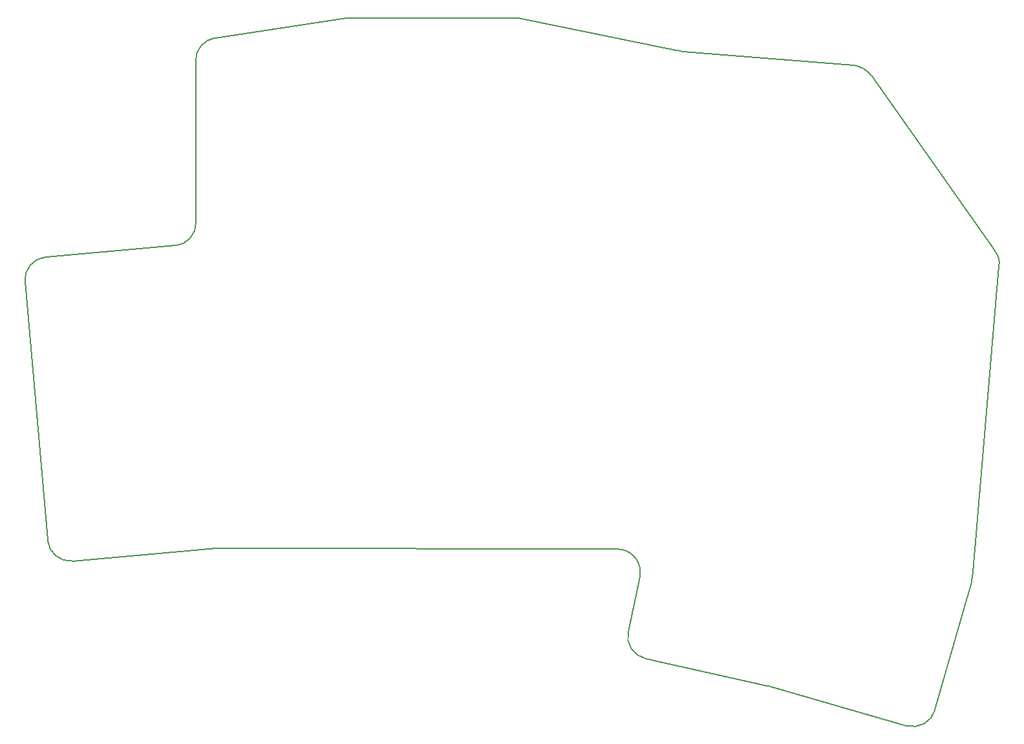
<source format=gbr>
%TF.GenerationSoftware,KiCad,Pcbnew,(6.0.2)*%
%TF.CreationDate,2022-03-14T22:31:35-07:00*%
%TF.ProjectId,unit01,706f6c69-7368-4656-942e-6b696361645f,v1.0.0*%
%TF.SameCoordinates,Original*%
%TF.FileFunction,Profile,NP*%
%FSLAX46Y46*%
G04 Gerber Fmt 4.6, Leading zero omitted, Abs format (unit mm)*
G04 Created by KiCad (PCBNEW (6.0.2)) date 2022-03-14 22:31:35*
%MOMM*%
%LPD*%
G01*
G04 APERTURE LIST*
%TA.AperFunction,Profile*%
%ADD10C,0.150000*%
%TD*%
G04 APERTURE END LIST*
D10*
X-10304474Y-8430173D02*
G75*
G03*
X-7054423Y-11157290I2988584J261467D01*
G01*
X11739930Y-9512998D02*
X-7054422Y-11157290D01*
X114300000Y27502247D02*
G75*
G03*
X113732517Y29491769I-2228429J440067D01*
G01*
X65729385Y-20399635D02*
G75*
G03*
X68008632Y-23950950I2934443J-623736D01*
G01*
X110223059Y-15678832D02*
X105916644Y-30697084D01*
X-10540652Y28690498D02*
X6390342Y30171768D01*
X67254327Y-13225344D02*
G75*
G03*
X64325621Y-9601614I-2934442J623736D01*
G01*
X51378846Y59972533D02*
X72054675Y55810199D01*
X29306487Y60032796D02*
G75*
G03*
X28861466Y59999605I-8J-2999885D01*
G01*
X102205947Y-32753956D02*
G75*
G03*
X105916644Y-30697083I826912J2883785D01*
G01*
X97655127Y52368326D02*
X113732517Y29491769D01*
X12007133Y-9501586D02*
G75*
G03*
X11739930Y-9512997I-5737J-3000069D01*
G01*
X65729385Y-20399635D02*
X67254328Y-13225344D01*
X11642715Y57416792D02*
G75*
G03*
X9087743Y54444184I445021J-2966808D01*
G01*
X-10540652Y28690498D02*
G75*
G03*
X-13267769Y25440447I261467J-2988584D01*
G01*
X11642715Y57416792D02*
X28861466Y59999605D01*
X-10304474Y-8430173D02*
X-13267769Y25440447D01*
X51378846Y59972533D02*
G75*
G03*
X50780561Y60032796I-598290J-2939774D01*
G01*
X6390342Y30171767D02*
G75*
G03*
X9128869Y33166151I-261470J2988587D01*
G01*
X110223059Y-15678832D02*
G75*
G03*
X110900668Y-12613364I-12222257J4309305D01*
G01*
X83855469Y-27497487D02*
X68008633Y-23950950D01*
X114300000Y27502247D02*
X110900668Y-12613364D01*
X102205947Y-32753956D02*
X84027186Y-27541281D01*
X64325621Y-9601614D02*
X12007133Y-9501587D01*
X72054675Y55810199D02*
G75*
G03*
X72920327Y55604254I1165652J2977329D01*
G01*
X97655126Y52368326D02*
G75*
G03*
X95255323Y53844429I-2978012J-2152747D01*
G01*
X9128870Y33166151D02*
X9087742Y54444185D01*
X29306487Y60032796D02*
X50780562Y60032796D01*
X84027186Y-27541281D02*
G75*
G03*
X83855469Y-27497487I-827023J-2884221D01*
G01*
X72920327Y55604254D02*
X95255323Y53844429D01*
M02*

</source>
